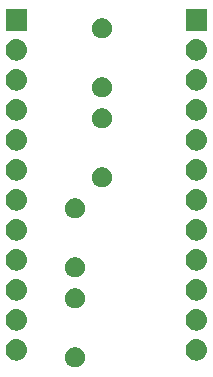
<source format=gbs>
G04 #@! TF.GenerationSoftware,KiCad,Pcbnew,(5.1.4)-1*
G04 #@! TF.CreationDate,2021-04-18T09:35:50+09:00*
G04 #@! TF.ProjectId,audio-board-wm8731,61756469-6f2d-4626-9f61-72642d776d38,rev?*
G04 #@! TF.SameCoordinates,Original*
G04 #@! TF.FileFunction,Soldermask,Bot*
G04 #@! TF.FilePolarity,Negative*
%FSLAX46Y46*%
G04 Gerber Fmt 4.6, Leading zero omitted, Abs format (unit mm)*
G04 Created by KiCad (PCBNEW (5.1.4)-1) date 2021-04-18 09:35:50*
%MOMM*%
%LPD*%
G04 APERTURE LIST*
%ADD10C,0.100000*%
G04 APERTURE END LIST*
D10*
G36*
X58541228Y-81096703D02*
G01*
X58696100Y-81160853D01*
X58835481Y-81253985D01*
X58954015Y-81372519D01*
X59047147Y-81511900D01*
X59111297Y-81666772D01*
X59144000Y-81831184D01*
X59144000Y-81998816D01*
X59111297Y-82163228D01*
X59047147Y-82318100D01*
X58954015Y-82457481D01*
X58835481Y-82576015D01*
X58696100Y-82669147D01*
X58541228Y-82733297D01*
X58376816Y-82766000D01*
X58209184Y-82766000D01*
X58044772Y-82733297D01*
X57889900Y-82669147D01*
X57750519Y-82576015D01*
X57631985Y-82457481D01*
X57538853Y-82318100D01*
X57474703Y-82163228D01*
X57442000Y-81998816D01*
X57442000Y-81831184D01*
X57474703Y-81666772D01*
X57538853Y-81511900D01*
X57631985Y-81372519D01*
X57750519Y-81253985D01*
X57889900Y-81160853D01*
X58044772Y-81096703D01*
X58209184Y-81064000D01*
X58376816Y-81064000D01*
X58541228Y-81096703D01*
X58541228Y-81096703D01*
G37*
G36*
X68690442Y-80385518D02*
G01*
X68756627Y-80392037D01*
X68926466Y-80443557D01*
X69082991Y-80527222D01*
X69118729Y-80556552D01*
X69220186Y-80639814D01*
X69303448Y-80741271D01*
X69332778Y-80777009D01*
X69416443Y-80933534D01*
X69467963Y-81103373D01*
X69485359Y-81280000D01*
X69467963Y-81456627D01*
X69416443Y-81626466D01*
X69332778Y-81782991D01*
X69303448Y-81818729D01*
X69220186Y-81920186D01*
X69124375Y-81998815D01*
X69082991Y-82032778D01*
X68926466Y-82116443D01*
X68756627Y-82167963D01*
X68690443Y-82174481D01*
X68624260Y-82181000D01*
X68535740Y-82181000D01*
X68469557Y-82174481D01*
X68403373Y-82167963D01*
X68233534Y-82116443D01*
X68077009Y-82032778D01*
X68035625Y-81998815D01*
X67939814Y-81920186D01*
X67856552Y-81818729D01*
X67827222Y-81782991D01*
X67743557Y-81626466D01*
X67692037Y-81456627D01*
X67674641Y-81280000D01*
X67692037Y-81103373D01*
X67743557Y-80933534D01*
X67827222Y-80777009D01*
X67856552Y-80741271D01*
X67939814Y-80639814D01*
X68041271Y-80556552D01*
X68077009Y-80527222D01*
X68233534Y-80443557D01*
X68403373Y-80392037D01*
X68469558Y-80385518D01*
X68535740Y-80379000D01*
X68624260Y-80379000D01*
X68690442Y-80385518D01*
X68690442Y-80385518D01*
G37*
G36*
X53450442Y-80385518D02*
G01*
X53516627Y-80392037D01*
X53686466Y-80443557D01*
X53842991Y-80527222D01*
X53878729Y-80556552D01*
X53980186Y-80639814D01*
X54063448Y-80741271D01*
X54092778Y-80777009D01*
X54176443Y-80933534D01*
X54227963Y-81103373D01*
X54245359Y-81280000D01*
X54227963Y-81456627D01*
X54176443Y-81626466D01*
X54092778Y-81782991D01*
X54063448Y-81818729D01*
X53980186Y-81920186D01*
X53884375Y-81998815D01*
X53842991Y-82032778D01*
X53686466Y-82116443D01*
X53516627Y-82167963D01*
X53450443Y-82174481D01*
X53384260Y-82181000D01*
X53295740Y-82181000D01*
X53229557Y-82174481D01*
X53163373Y-82167963D01*
X52993534Y-82116443D01*
X52837009Y-82032778D01*
X52795625Y-81998815D01*
X52699814Y-81920186D01*
X52616552Y-81818729D01*
X52587222Y-81782991D01*
X52503557Y-81626466D01*
X52452037Y-81456627D01*
X52434641Y-81280000D01*
X52452037Y-81103373D01*
X52503557Y-80933534D01*
X52587222Y-80777009D01*
X52616552Y-80741271D01*
X52699814Y-80639814D01*
X52801271Y-80556552D01*
X52837009Y-80527222D01*
X52993534Y-80443557D01*
X53163373Y-80392037D01*
X53229558Y-80385518D01*
X53295740Y-80379000D01*
X53384260Y-80379000D01*
X53450442Y-80385518D01*
X53450442Y-80385518D01*
G37*
G36*
X68690443Y-77845519D02*
G01*
X68756627Y-77852037D01*
X68926466Y-77903557D01*
X69082991Y-77987222D01*
X69118729Y-78016552D01*
X69220186Y-78099814D01*
X69303448Y-78201271D01*
X69332778Y-78237009D01*
X69416443Y-78393534D01*
X69467963Y-78563373D01*
X69485359Y-78740000D01*
X69467963Y-78916627D01*
X69416443Y-79086466D01*
X69332778Y-79242991D01*
X69303448Y-79278729D01*
X69220186Y-79380186D01*
X69118729Y-79463448D01*
X69082991Y-79492778D01*
X68926466Y-79576443D01*
X68756627Y-79627963D01*
X68690442Y-79634482D01*
X68624260Y-79641000D01*
X68535740Y-79641000D01*
X68469558Y-79634482D01*
X68403373Y-79627963D01*
X68233534Y-79576443D01*
X68077009Y-79492778D01*
X68041271Y-79463448D01*
X67939814Y-79380186D01*
X67856552Y-79278729D01*
X67827222Y-79242991D01*
X67743557Y-79086466D01*
X67692037Y-78916627D01*
X67674641Y-78740000D01*
X67692037Y-78563373D01*
X67743557Y-78393534D01*
X67827222Y-78237009D01*
X67856552Y-78201271D01*
X67939814Y-78099814D01*
X68041271Y-78016552D01*
X68077009Y-77987222D01*
X68233534Y-77903557D01*
X68403373Y-77852037D01*
X68469557Y-77845519D01*
X68535740Y-77839000D01*
X68624260Y-77839000D01*
X68690443Y-77845519D01*
X68690443Y-77845519D01*
G37*
G36*
X53450443Y-77845519D02*
G01*
X53516627Y-77852037D01*
X53686466Y-77903557D01*
X53842991Y-77987222D01*
X53878729Y-78016552D01*
X53980186Y-78099814D01*
X54063448Y-78201271D01*
X54092778Y-78237009D01*
X54176443Y-78393534D01*
X54227963Y-78563373D01*
X54245359Y-78740000D01*
X54227963Y-78916627D01*
X54176443Y-79086466D01*
X54092778Y-79242991D01*
X54063448Y-79278729D01*
X53980186Y-79380186D01*
X53878729Y-79463448D01*
X53842991Y-79492778D01*
X53686466Y-79576443D01*
X53516627Y-79627963D01*
X53450442Y-79634482D01*
X53384260Y-79641000D01*
X53295740Y-79641000D01*
X53229558Y-79634482D01*
X53163373Y-79627963D01*
X52993534Y-79576443D01*
X52837009Y-79492778D01*
X52801271Y-79463448D01*
X52699814Y-79380186D01*
X52616552Y-79278729D01*
X52587222Y-79242991D01*
X52503557Y-79086466D01*
X52452037Y-78916627D01*
X52434641Y-78740000D01*
X52452037Y-78563373D01*
X52503557Y-78393534D01*
X52587222Y-78237009D01*
X52616552Y-78201271D01*
X52699814Y-78099814D01*
X52801271Y-78016552D01*
X52837009Y-77987222D01*
X52993534Y-77903557D01*
X53163373Y-77852037D01*
X53229557Y-77845519D01*
X53295740Y-77839000D01*
X53384260Y-77839000D01*
X53450443Y-77845519D01*
X53450443Y-77845519D01*
G37*
G36*
X58541228Y-76096703D02*
G01*
X58696100Y-76160853D01*
X58835481Y-76253985D01*
X58954015Y-76372519D01*
X59047147Y-76511900D01*
X59111297Y-76666772D01*
X59144000Y-76831184D01*
X59144000Y-76998816D01*
X59111297Y-77163228D01*
X59047147Y-77318100D01*
X58954015Y-77457481D01*
X58835481Y-77576015D01*
X58696100Y-77669147D01*
X58541228Y-77733297D01*
X58376816Y-77766000D01*
X58209184Y-77766000D01*
X58044772Y-77733297D01*
X57889900Y-77669147D01*
X57750519Y-77576015D01*
X57631985Y-77457481D01*
X57538853Y-77318100D01*
X57474703Y-77163228D01*
X57442000Y-76998816D01*
X57442000Y-76831184D01*
X57474703Y-76666772D01*
X57538853Y-76511900D01*
X57631985Y-76372519D01*
X57750519Y-76253985D01*
X57889900Y-76160853D01*
X58044772Y-76096703D01*
X58209184Y-76064000D01*
X58376816Y-76064000D01*
X58541228Y-76096703D01*
X58541228Y-76096703D01*
G37*
G36*
X68690442Y-75305518D02*
G01*
X68756627Y-75312037D01*
X68926466Y-75363557D01*
X69082991Y-75447222D01*
X69118729Y-75476552D01*
X69220186Y-75559814D01*
X69303448Y-75661271D01*
X69332778Y-75697009D01*
X69416443Y-75853534D01*
X69467963Y-76023373D01*
X69485359Y-76200000D01*
X69467963Y-76376627D01*
X69416443Y-76546466D01*
X69332778Y-76702991D01*
X69303448Y-76738729D01*
X69220186Y-76840186D01*
X69118729Y-76923448D01*
X69082991Y-76952778D01*
X69082989Y-76952779D01*
X68996863Y-76998815D01*
X68926466Y-77036443D01*
X68756627Y-77087963D01*
X68690442Y-77094482D01*
X68624260Y-77101000D01*
X68535740Y-77101000D01*
X68469558Y-77094482D01*
X68403373Y-77087963D01*
X68233534Y-77036443D01*
X68163138Y-76998815D01*
X68077011Y-76952779D01*
X68077009Y-76952778D01*
X68041271Y-76923448D01*
X67939814Y-76840186D01*
X67856552Y-76738729D01*
X67827222Y-76702991D01*
X67743557Y-76546466D01*
X67692037Y-76376627D01*
X67674641Y-76200000D01*
X67692037Y-76023373D01*
X67743557Y-75853534D01*
X67827222Y-75697009D01*
X67856552Y-75661271D01*
X67939814Y-75559814D01*
X68041271Y-75476552D01*
X68077009Y-75447222D01*
X68233534Y-75363557D01*
X68403373Y-75312037D01*
X68469558Y-75305518D01*
X68535740Y-75299000D01*
X68624260Y-75299000D01*
X68690442Y-75305518D01*
X68690442Y-75305518D01*
G37*
G36*
X53450442Y-75305518D02*
G01*
X53516627Y-75312037D01*
X53686466Y-75363557D01*
X53842991Y-75447222D01*
X53878729Y-75476552D01*
X53980186Y-75559814D01*
X54063448Y-75661271D01*
X54092778Y-75697009D01*
X54176443Y-75853534D01*
X54227963Y-76023373D01*
X54245359Y-76200000D01*
X54227963Y-76376627D01*
X54176443Y-76546466D01*
X54092778Y-76702991D01*
X54063448Y-76738729D01*
X53980186Y-76840186D01*
X53878729Y-76923448D01*
X53842991Y-76952778D01*
X53842989Y-76952779D01*
X53756863Y-76998815D01*
X53686466Y-77036443D01*
X53516627Y-77087963D01*
X53450442Y-77094482D01*
X53384260Y-77101000D01*
X53295740Y-77101000D01*
X53229558Y-77094482D01*
X53163373Y-77087963D01*
X52993534Y-77036443D01*
X52923138Y-76998815D01*
X52837011Y-76952779D01*
X52837009Y-76952778D01*
X52801271Y-76923448D01*
X52699814Y-76840186D01*
X52616552Y-76738729D01*
X52587222Y-76702991D01*
X52503557Y-76546466D01*
X52452037Y-76376627D01*
X52434641Y-76200000D01*
X52452037Y-76023373D01*
X52503557Y-75853534D01*
X52587222Y-75697009D01*
X52616552Y-75661271D01*
X52699814Y-75559814D01*
X52801271Y-75476552D01*
X52837009Y-75447222D01*
X52993534Y-75363557D01*
X53163373Y-75312037D01*
X53229558Y-75305518D01*
X53295740Y-75299000D01*
X53384260Y-75299000D01*
X53450442Y-75305518D01*
X53450442Y-75305518D01*
G37*
G36*
X58541228Y-73476703D02*
G01*
X58696100Y-73540853D01*
X58835481Y-73633985D01*
X58954015Y-73752519D01*
X59047147Y-73891900D01*
X59111297Y-74046772D01*
X59144000Y-74211184D01*
X59144000Y-74378816D01*
X59111297Y-74543228D01*
X59047147Y-74698100D01*
X58954015Y-74837481D01*
X58835481Y-74956015D01*
X58696100Y-75049147D01*
X58541228Y-75113297D01*
X58376816Y-75146000D01*
X58209184Y-75146000D01*
X58044772Y-75113297D01*
X57889900Y-75049147D01*
X57750519Y-74956015D01*
X57631985Y-74837481D01*
X57538853Y-74698100D01*
X57474703Y-74543228D01*
X57442000Y-74378816D01*
X57442000Y-74211184D01*
X57474703Y-74046772D01*
X57538853Y-73891900D01*
X57631985Y-73752519D01*
X57750519Y-73633985D01*
X57889900Y-73540853D01*
X58044772Y-73476703D01*
X58209184Y-73444000D01*
X58376816Y-73444000D01*
X58541228Y-73476703D01*
X58541228Y-73476703D01*
G37*
G36*
X53450442Y-72765518D02*
G01*
X53516627Y-72772037D01*
X53686466Y-72823557D01*
X53842991Y-72907222D01*
X53878729Y-72936552D01*
X53980186Y-73019814D01*
X54063448Y-73121271D01*
X54092778Y-73157009D01*
X54176443Y-73313534D01*
X54227963Y-73483373D01*
X54245359Y-73660000D01*
X54227963Y-73836627D01*
X54176443Y-74006466D01*
X54092778Y-74162991D01*
X54063448Y-74198729D01*
X53980186Y-74300186D01*
X53884375Y-74378815D01*
X53842991Y-74412778D01*
X53686466Y-74496443D01*
X53516627Y-74547963D01*
X53450442Y-74554482D01*
X53384260Y-74561000D01*
X53295740Y-74561000D01*
X53229558Y-74554482D01*
X53163373Y-74547963D01*
X52993534Y-74496443D01*
X52837009Y-74412778D01*
X52795625Y-74378815D01*
X52699814Y-74300186D01*
X52616552Y-74198729D01*
X52587222Y-74162991D01*
X52503557Y-74006466D01*
X52452037Y-73836627D01*
X52434641Y-73660000D01*
X52452037Y-73483373D01*
X52503557Y-73313534D01*
X52587222Y-73157009D01*
X52616552Y-73121271D01*
X52699814Y-73019814D01*
X52801271Y-72936552D01*
X52837009Y-72907222D01*
X52993534Y-72823557D01*
X53163373Y-72772037D01*
X53229558Y-72765518D01*
X53295740Y-72759000D01*
X53384260Y-72759000D01*
X53450442Y-72765518D01*
X53450442Y-72765518D01*
G37*
G36*
X68690442Y-72765518D02*
G01*
X68756627Y-72772037D01*
X68926466Y-72823557D01*
X69082991Y-72907222D01*
X69118729Y-72936552D01*
X69220186Y-73019814D01*
X69303448Y-73121271D01*
X69332778Y-73157009D01*
X69416443Y-73313534D01*
X69467963Y-73483373D01*
X69485359Y-73660000D01*
X69467963Y-73836627D01*
X69416443Y-74006466D01*
X69332778Y-74162991D01*
X69303448Y-74198729D01*
X69220186Y-74300186D01*
X69124375Y-74378815D01*
X69082991Y-74412778D01*
X68926466Y-74496443D01*
X68756627Y-74547963D01*
X68690442Y-74554482D01*
X68624260Y-74561000D01*
X68535740Y-74561000D01*
X68469558Y-74554482D01*
X68403373Y-74547963D01*
X68233534Y-74496443D01*
X68077009Y-74412778D01*
X68035625Y-74378815D01*
X67939814Y-74300186D01*
X67856552Y-74198729D01*
X67827222Y-74162991D01*
X67743557Y-74006466D01*
X67692037Y-73836627D01*
X67674641Y-73660000D01*
X67692037Y-73483373D01*
X67743557Y-73313534D01*
X67827222Y-73157009D01*
X67856552Y-73121271D01*
X67939814Y-73019814D01*
X68041271Y-72936552D01*
X68077009Y-72907222D01*
X68233534Y-72823557D01*
X68403373Y-72772037D01*
X68469558Y-72765518D01*
X68535740Y-72759000D01*
X68624260Y-72759000D01*
X68690442Y-72765518D01*
X68690442Y-72765518D01*
G37*
G36*
X53450442Y-70225518D02*
G01*
X53516627Y-70232037D01*
X53686466Y-70283557D01*
X53842991Y-70367222D01*
X53878729Y-70396552D01*
X53980186Y-70479814D01*
X54063448Y-70581271D01*
X54092778Y-70617009D01*
X54176443Y-70773534D01*
X54227963Y-70943373D01*
X54245359Y-71120000D01*
X54227963Y-71296627D01*
X54176443Y-71466466D01*
X54092778Y-71622991D01*
X54063448Y-71658729D01*
X53980186Y-71760186D01*
X53878729Y-71843448D01*
X53842991Y-71872778D01*
X53686466Y-71956443D01*
X53516627Y-72007963D01*
X53450443Y-72014481D01*
X53384260Y-72021000D01*
X53295740Y-72021000D01*
X53229557Y-72014481D01*
X53163373Y-72007963D01*
X52993534Y-71956443D01*
X52837009Y-71872778D01*
X52801271Y-71843448D01*
X52699814Y-71760186D01*
X52616552Y-71658729D01*
X52587222Y-71622991D01*
X52503557Y-71466466D01*
X52452037Y-71296627D01*
X52434641Y-71120000D01*
X52452037Y-70943373D01*
X52503557Y-70773534D01*
X52587222Y-70617009D01*
X52616552Y-70581271D01*
X52699814Y-70479814D01*
X52801271Y-70396552D01*
X52837009Y-70367222D01*
X52993534Y-70283557D01*
X53163373Y-70232037D01*
X53229558Y-70225518D01*
X53295740Y-70219000D01*
X53384260Y-70219000D01*
X53450442Y-70225518D01*
X53450442Y-70225518D01*
G37*
G36*
X68690442Y-70225518D02*
G01*
X68756627Y-70232037D01*
X68926466Y-70283557D01*
X69082991Y-70367222D01*
X69118729Y-70396552D01*
X69220186Y-70479814D01*
X69303448Y-70581271D01*
X69332778Y-70617009D01*
X69416443Y-70773534D01*
X69467963Y-70943373D01*
X69485359Y-71120000D01*
X69467963Y-71296627D01*
X69416443Y-71466466D01*
X69332778Y-71622991D01*
X69303448Y-71658729D01*
X69220186Y-71760186D01*
X69118729Y-71843448D01*
X69082991Y-71872778D01*
X68926466Y-71956443D01*
X68756627Y-72007963D01*
X68690443Y-72014481D01*
X68624260Y-72021000D01*
X68535740Y-72021000D01*
X68469557Y-72014481D01*
X68403373Y-72007963D01*
X68233534Y-71956443D01*
X68077009Y-71872778D01*
X68041271Y-71843448D01*
X67939814Y-71760186D01*
X67856552Y-71658729D01*
X67827222Y-71622991D01*
X67743557Y-71466466D01*
X67692037Y-71296627D01*
X67674641Y-71120000D01*
X67692037Y-70943373D01*
X67743557Y-70773534D01*
X67827222Y-70617009D01*
X67856552Y-70581271D01*
X67939814Y-70479814D01*
X68041271Y-70396552D01*
X68077009Y-70367222D01*
X68233534Y-70283557D01*
X68403373Y-70232037D01*
X68469558Y-70225518D01*
X68535740Y-70219000D01*
X68624260Y-70219000D01*
X68690442Y-70225518D01*
X68690442Y-70225518D01*
G37*
G36*
X58541228Y-68476703D02*
G01*
X58696100Y-68540853D01*
X58835481Y-68633985D01*
X58954015Y-68752519D01*
X59047147Y-68891900D01*
X59111297Y-69046772D01*
X59144000Y-69211184D01*
X59144000Y-69378816D01*
X59111297Y-69543228D01*
X59047147Y-69698100D01*
X58954015Y-69837481D01*
X58835481Y-69956015D01*
X58696100Y-70049147D01*
X58541228Y-70113297D01*
X58376816Y-70146000D01*
X58209184Y-70146000D01*
X58044772Y-70113297D01*
X57889900Y-70049147D01*
X57750519Y-69956015D01*
X57631985Y-69837481D01*
X57538853Y-69698100D01*
X57474703Y-69543228D01*
X57442000Y-69378816D01*
X57442000Y-69211184D01*
X57474703Y-69046772D01*
X57538853Y-68891900D01*
X57631985Y-68752519D01*
X57750519Y-68633985D01*
X57889900Y-68540853D01*
X58044772Y-68476703D01*
X58209184Y-68444000D01*
X58376816Y-68444000D01*
X58541228Y-68476703D01*
X58541228Y-68476703D01*
G37*
G36*
X53450443Y-67685519D02*
G01*
X53516627Y-67692037D01*
X53686466Y-67743557D01*
X53842991Y-67827222D01*
X53878729Y-67856552D01*
X53980186Y-67939814D01*
X54063448Y-68041271D01*
X54092778Y-68077009D01*
X54176443Y-68233534D01*
X54227963Y-68403373D01*
X54245359Y-68580000D01*
X54227963Y-68756627D01*
X54176443Y-68926466D01*
X54092778Y-69082991D01*
X54063448Y-69118729D01*
X53980186Y-69220186D01*
X53878729Y-69303448D01*
X53842991Y-69332778D01*
X53842989Y-69332779D01*
X53756863Y-69378815D01*
X53686466Y-69416443D01*
X53516627Y-69467963D01*
X53450442Y-69474482D01*
X53384260Y-69481000D01*
X53295740Y-69481000D01*
X53229558Y-69474482D01*
X53163373Y-69467963D01*
X52993534Y-69416443D01*
X52923138Y-69378815D01*
X52837011Y-69332779D01*
X52837009Y-69332778D01*
X52801271Y-69303448D01*
X52699814Y-69220186D01*
X52616552Y-69118729D01*
X52587222Y-69082991D01*
X52503557Y-68926466D01*
X52452037Y-68756627D01*
X52434641Y-68580000D01*
X52452037Y-68403373D01*
X52503557Y-68233534D01*
X52587222Y-68077009D01*
X52616552Y-68041271D01*
X52699814Y-67939814D01*
X52801271Y-67856552D01*
X52837009Y-67827222D01*
X52993534Y-67743557D01*
X53163373Y-67692037D01*
X53229557Y-67685519D01*
X53295740Y-67679000D01*
X53384260Y-67679000D01*
X53450443Y-67685519D01*
X53450443Y-67685519D01*
G37*
G36*
X68690443Y-67685519D02*
G01*
X68756627Y-67692037D01*
X68926466Y-67743557D01*
X69082991Y-67827222D01*
X69118729Y-67856552D01*
X69220186Y-67939814D01*
X69303448Y-68041271D01*
X69332778Y-68077009D01*
X69416443Y-68233534D01*
X69467963Y-68403373D01*
X69485359Y-68580000D01*
X69467963Y-68756627D01*
X69416443Y-68926466D01*
X69332778Y-69082991D01*
X69303448Y-69118729D01*
X69220186Y-69220186D01*
X69118729Y-69303448D01*
X69082991Y-69332778D01*
X69082989Y-69332779D01*
X68996863Y-69378815D01*
X68926466Y-69416443D01*
X68756627Y-69467963D01*
X68690442Y-69474482D01*
X68624260Y-69481000D01*
X68535740Y-69481000D01*
X68469558Y-69474482D01*
X68403373Y-69467963D01*
X68233534Y-69416443D01*
X68163138Y-69378815D01*
X68077011Y-69332779D01*
X68077009Y-69332778D01*
X68041271Y-69303448D01*
X67939814Y-69220186D01*
X67856552Y-69118729D01*
X67827222Y-69082991D01*
X67743557Y-68926466D01*
X67692037Y-68756627D01*
X67674641Y-68580000D01*
X67692037Y-68403373D01*
X67743557Y-68233534D01*
X67827222Y-68077009D01*
X67856552Y-68041271D01*
X67939814Y-67939814D01*
X68041271Y-67856552D01*
X68077009Y-67827222D01*
X68233534Y-67743557D01*
X68403373Y-67692037D01*
X68469557Y-67685519D01*
X68535740Y-67679000D01*
X68624260Y-67679000D01*
X68690443Y-67685519D01*
X68690443Y-67685519D01*
G37*
G36*
X60827228Y-65856703D02*
G01*
X60982100Y-65920853D01*
X61121481Y-66013985D01*
X61240015Y-66132519D01*
X61333147Y-66271900D01*
X61397297Y-66426772D01*
X61430000Y-66591184D01*
X61430000Y-66758816D01*
X61397297Y-66923228D01*
X61333147Y-67078100D01*
X61240015Y-67217481D01*
X61121481Y-67336015D01*
X60982100Y-67429147D01*
X60827228Y-67493297D01*
X60662816Y-67526000D01*
X60495184Y-67526000D01*
X60330772Y-67493297D01*
X60175900Y-67429147D01*
X60036519Y-67336015D01*
X59917985Y-67217481D01*
X59824853Y-67078100D01*
X59760703Y-66923228D01*
X59728000Y-66758816D01*
X59728000Y-66591184D01*
X59760703Y-66426772D01*
X59824853Y-66271900D01*
X59917985Y-66132519D01*
X60036519Y-66013985D01*
X60175900Y-65920853D01*
X60330772Y-65856703D01*
X60495184Y-65824000D01*
X60662816Y-65824000D01*
X60827228Y-65856703D01*
X60827228Y-65856703D01*
G37*
G36*
X68690442Y-65145518D02*
G01*
X68756627Y-65152037D01*
X68926466Y-65203557D01*
X69082991Y-65287222D01*
X69118729Y-65316552D01*
X69220186Y-65399814D01*
X69303448Y-65501271D01*
X69332778Y-65537009D01*
X69416443Y-65693534D01*
X69467963Y-65863373D01*
X69485359Y-66040000D01*
X69467963Y-66216627D01*
X69416443Y-66386466D01*
X69332778Y-66542991D01*
X69303448Y-66578729D01*
X69220186Y-66680186D01*
X69124375Y-66758815D01*
X69082991Y-66792778D01*
X68926466Y-66876443D01*
X68756627Y-66927963D01*
X68690442Y-66934482D01*
X68624260Y-66941000D01*
X68535740Y-66941000D01*
X68469558Y-66934482D01*
X68403373Y-66927963D01*
X68233534Y-66876443D01*
X68077009Y-66792778D01*
X68035625Y-66758815D01*
X67939814Y-66680186D01*
X67856552Y-66578729D01*
X67827222Y-66542991D01*
X67743557Y-66386466D01*
X67692037Y-66216627D01*
X67674641Y-66040000D01*
X67692037Y-65863373D01*
X67743557Y-65693534D01*
X67827222Y-65537009D01*
X67856552Y-65501271D01*
X67939814Y-65399814D01*
X68041271Y-65316552D01*
X68077009Y-65287222D01*
X68233534Y-65203557D01*
X68403373Y-65152037D01*
X68469558Y-65145518D01*
X68535740Y-65139000D01*
X68624260Y-65139000D01*
X68690442Y-65145518D01*
X68690442Y-65145518D01*
G37*
G36*
X53450442Y-65145518D02*
G01*
X53516627Y-65152037D01*
X53686466Y-65203557D01*
X53842991Y-65287222D01*
X53878729Y-65316552D01*
X53980186Y-65399814D01*
X54063448Y-65501271D01*
X54092778Y-65537009D01*
X54176443Y-65693534D01*
X54227963Y-65863373D01*
X54245359Y-66040000D01*
X54227963Y-66216627D01*
X54176443Y-66386466D01*
X54092778Y-66542991D01*
X54063448Y-66578729D01*
X53980186Y-66680186D01*
X53884375Y-66758815D01*
X53842991Y-66792778D01*
X53686466Y-66876443D01*
X53516627Y-66927963D01*
X53450442Y-66934482D01*
X53384260Y-66941000D01*
X53295740Y-66941000D01*
X53229558Y-66934482D01*
X53163373Y-66927963D01*
X52993534Y-66876443D01*
X52837009Y-66792778D01*
X52795625Y-66758815D01*
X52699814Y-66680186D01*
X52616552Y-66578729D01*
X52587222Y-66542991D01*
X52503557Y-66386466D01*
X52452037Y-66216627D01*
X52434641Y-66040000D01*
X52452037Y-65863373D01*
X52503557Y-65693534D01*
X52587222Y-65537009D01*
X52616552Y-65501271D01*
X52699814Y-65399814D01*
X52801271Y-65316552D01*
X52837009Y-65287222D01*
X52993534Y-65203557D01*
X53163373Y-65152037D01*
X53229558Y-65145518D01*
X53295740Y-65139000D01*
X53384260Y-65139000D01*
X53450442Y-65145518D01*
X53450442Y-65145518D01*
G37*
G36*
X68690442Y-62605518D02*
G01*
X68756627Y-62612037D01*
X68926466Y-62663557D01*
X69082991Y-62747222D01*
X69118729Y-62776552D01*
X69220186Y-62859814D01*
X69303448Y-62961271D01*
X69332778Y-62997009D01*
X69416443Y-63153534D01*
X69467963Y-63323373D01*
X69485359Y-63500000D01*
X69467963Y-63676627D01*
X69416443Y-63846466D01*
X69332778Y-64002991D01*
X69303448Y-64038729D01*
X69220186Y-64140186D01*
X69118729Y-64223448D01*
X69082991Y-64252778D01*
X68926466Y-64336443D01*
X68756627Y-64387963D01*
X68690442Y-64394482D01*
X68624260Y-64401000D01*
X68535740Y-64401000D01*
X68469558Y-64394482D01*
X68403373Y-64387963D01*
X68233534Y-64336443D01*
X68077009Y-64252778D01*
X68041271Y-64223448D01*
X67939814Y-64140186D01*
X67856552Y-64038729D01*
X67827222Y-64002991D01*
X67743557Y-63846466D01*
X67692037Y-63676627D01*
X67674641Y-63500000D01*
X67692037Y-63323373D01*
X67743557Y-63153534D01*
X67827222Y-62997009D01*
X67856552Y-62961271D01*
X67939814Y-62859814D01*
X68041271Y-62776552D01*
X68077009Y-62747222D01*
X68233534Y-62663557D01*
X68403373Y-62612037D01*
X68469558Y-62605518D01*
X68535740Y-62599000D01*
X68624260Y-62599000D01*
X68690442Y-62605518D01*
X68690442Y-62605518D01*
G37*
G36*
X53450442Y-62605518D02*
G01*
X53516627Y-62612037D01*
X53686466Y-62663557D01*
X53842991Y-62747222D01*
X53878729Y-62776552D01*
X53980186Y-62859814D01*
X54063448Y-62961271D01*
X54092778Y-62997009D01*
X54176443Y-63153534D01*
X54227963Y-63323373D01*
X54245359Y-63500000D01*
X54227963Y-63676627D01*
X54176443Y-63846466D01*
X54092778Y-64002991D01*
X54063448Y-64038729D01*
X53980186Y-64140186D01*
X53878729Y-64223448D01*
X53842991Y-64252778D01*
X53686466Y-64336443D01*
X53516627Y-64387963D01*
X53450442Y-64394482D01*
X53384260Y-64401000D01*
X53295740Y-64401000D01*
X53229558Y-64394482D01*
X53163373Y-64387963D01*
X52993534Y-64336443D01*
X52837009Y-64252778D01*
X52801271Y-64223448D01*
X52699814Y-64140186D01*
X52616552Y-64038729D01*
X52587222Y-64002991D01*
X52503557Y-63846466D01*
X52452037Y-63676627D01*
X52434641Y-63500000D01*
X52452037Y-63323373D01*
X52503557Y-63153534D01*
X52587222Y-62997009D01*
X52616552Y-62961271D01*
X52699814Y-62859814D01*
X52801271Y-62776552D01*
X52837009Y-62747222D01*
X52993534Y-62663557D01*
X53163373Y-62612037D01*
X53229558Y-62605518D01*
X53295740Y-62599000D01*
X53384260Y-62599000D01*
X53450442Y-62605518D01*
X53450442Y-62605518D01*
G37*
G36*
X60827228Y-60856703D02*
G01*
X60982100Y-60920853D01*
X61121481Y-61013985D01*
X61240015Y-61132519D01*
X61333147Y-61271900D01*
X61397297Y-61426772D01*
X61430000Y-61591184D01*
X61430000Y-61758816D01*
X61397297Y-61923228D01*
X61333147Y-62078100D01*
X61240015Y-62217481D01*
X61121481Y-62336015D01*
X60982100Y-62429147D01*
X60827228Y-62493297D01*
X60662816Y-62526000D01*
X60495184Y-62526000D01*
X60330772Y-62493297D01*
X60175900Y-62429147D01*
X60036519Y-62336015D01*
X59917985Y-62217481D01*
X59824853Y-62078100D01*
X59760703Y-61923228D01*
X59728000Y-61758816D01*
X59728000Y-61591184D01*
X59760703Y-61426772D01*
X59824853Y-61271900D01*
X59917985Y-61132519D01*
X60036519Y-61013985D01*
X60175900Y-60920853D01*
X60330772Y-60856703D01*
X60495184Y-60824000D01*
X60662816Y-60824000D01*
X60827228Y-60856703D01*
X60827228Y-60856703D01*
G37*
G36*
X53450442Y-60065518D02*
G01*
X53516627Y-60072037D01*
X53686466Y-60123557D01*
X53842991Y-60207222D01*
X53878729Y-60236552D01*
X53980186Y-60319814D01*
X54063448Y-60421271D01*
X54092778Y-60457009D01*
X54176443Y-60613534D01*
X54227963Y-60783373D01*
X54245359Y-60960000D01*
X54227963Y-61136627D01*
X54176443Y-61306466D01*
X54092778Y-61462991D01*
X54063448Y-61498729D01*
X53980186Y-61600186D01*
X53878729Y-61683448D01*
X53842991Y-61712778D01*
X53842989Y-61712779D01*
X53756863Y-61758815D01*
X53686466Y-61796443D01*
X53516627Y-61847963D01*
X53450443Y-61854481D01*
X53384260Y-61861000D01*
X53295740Y-61861000D01*
X53229557Y-61854481D01*
X53163373Y-61847963D01*
X52993534Y-61796443D01*
X52923138Y-61758815D01*
X52837011Y-61712779D01*
X52837009Y-61712778D01*
X52801271Y-61683448D01*
X52699814Y-61600186D01*
X52616552Y-61498729D01*
X52587222Y-61462991D01*
X52503557Y-61306466D01*
X52452037Y-61136627D01*
X52434641Y-60960000D01*
X52452037Y-60783373D01*
X52503557Y-60613534D01*
X52587222Y-60457009D01*
X52616552Y-60421271D01*
X52699814Y-60319814D01*
X52801271Y-60236552D01*
X52837009Y-60207222D01*
X52993534Y-60123557D01*
X53163373Y-60072037D01*
X53229558Y-60065518D01*
X53295740Y-60059000D01*
X53384260Y-60059000D01*
X53450442Y-60065518D01*
X53450442Y-60065518D01*
G37*
G36*
X68690442Y-60065518D02*
G01*
X68756627Y-60072037D01*
X68926466Y-60123557D01*
X69082991Y-60207222D01*
X69118729Y-60236552D01*
X69220186Y-60319814D01*
X69303448Y-60421271D01*
X69332778Y-60457009D01*
X69416443Y-60613534D01*
X69467963Y-60783373D01*
X69485359Y-60960000D01*
X69467963Y-61136627D01*
X69416443Y-61306466D01*
X69332778Y-61462991D01*
X69303448Y-61498729D01*
X69220186Y-61600186D01*
X69118729Y-61683448D01*
X69082991Y-61712778D01*
X69082989Y-61712779D01*
X68996863Y-61758815D01*
X68926466Y-61796443D01*
X68756627Y-61847963D01*
X68690443Y-61854481D01*
X68624260Y-61861000D01*
X68535740Y-61861000D01*
X68469557Y-61854481D01*
X68403373Y-61847963D01*
X68233534Y-61796443D01*
X68163138Y-61758815D01*
X68077011Y-61712779D01*
X68077009Y-61712778D01*
X68041271Y-61683448D01*
X67939814Y-61600186D01*
X67856552Y-61498729D01*
X67827222Y-61462991D01*
X67743557Y-61306466D01*
X67692037Y-61136627D01*
X67674641Y-60960000D01*
X67692037Y-60783373D01*
X67743557Y-60613534D01*
X67827222Y-60457009D01*
X67856552Y-60421271D01*
X67939814Y-60319814D01*
X68041271Y-60236552D01*
X68077009Y-60207222D01*
X68233534Y-60123557D01*
X68403373Y-60072037D01*
X68469558Y-60065518D01*
X68535740Y-60059000D01*
X68624260Y-60059000D01*
X68690442Y-60065518D01*
X68690442Y-60065518D01*
G37*
G36*
X60827228Y-58236703D02*
G01*
X60982100Y-58300853D01*
X61121481Y-58393985D01*
X61240015Y-58512519D01*
X61333147Y-58651900D01*
X61397297Y-58806772D01*
X61430000Y-58971184D01*
X61430000Y-59138816D01*
X61397297Y-59303228D01*
X61333147Y-59458100D01*
X61240015Y-59597481D01*
X61121481Y-59716015D01*
X60982100Y-59809147D01*
X60827228Y-59873297D01*
X60662816Y-59906000D01*
X60495184Y-59906000D01*
X60330772Y-59873297D01*
X60175900Y-59809147D01*
X60036519Y-59716015D01*
X59917985Y-59597481D01*
X59824853Y-59458100D01*
X59760703Y-59303228D01*
X59728000Y-59138816D01*
X59728000Y-58971184D01*
X59760703Y-58806772D01*
X59824853Y-58651900D01*
X59917985Y-58512519D01*
X60036519Y-58393985D01*
X60175900Y-58300853D01*
X60330772Y-58236703D01*
X60495184Y-58204000D01*
X60662816Y-58204000D01*
X60827228Y-58236703D01*
X60827228Y-58236703D01*
G37*
G36*
X68690443Y-57525519D02*
G01*
X68756627Y-57532037D01*
X68926466Y-57583557D01*
X69082991Y-57667222D01*
X69118729Y-57696552D01*
X69220186Y-57779814D01*
X69303448Y-57881271D01*
X69332778Y-57917009D01*
X69416443Y-58073534D01*
X69467963Y-58243373D01*
X69485359Y-58420000D01*
X69467963Y-58596627D01*
X69416443Y-58766466D01*
X69332778Y-58922991D01*
X69303448Y-58958729D01*
X69220186Y-59060186D01*
X69124375Y-59138815D01*
X69082991Y-59172778D01*
X68926466Y-59256443D01*
X68756627Y-59307963D01*
X68690442Y-59314482D01*
X68624260Y-59321000D01*
X68535740Y-59321000D01*
X68469558Y-59314482D01*
X68403373Y-59307963D01*
X68233534Y-59256443D01*
X68077009Y-59172778D01*
X68035625Y-59138815D01*
X67939814Y-59060186D01*
X67856552Y-58958729D01*
X67827222Y-58922991D01*
X67743557Y-58766466D01*
X67692037Y-58596627D01*
X67674641Y-58420000D01*
X67692037Y-58243373D01*
X67743557Y-58073534D01*
X67827222Y-57917009D01*
X67856552Y-57881271D01*
X67939814Y-57779814D01*
X68041271Y-57696552D01*
X68077009Y-57667222D01*
X68233534Y-57583557D01*
X68403373Y-57532037D01*
X68469557Y-57525519D01*
X68535740Y-57519000D01*
X68624260Y-57519000D01*
X68690443Y-57525519D01*
X68690443Y-57525519D01*
G37*
G36*
X53450443Y-57525519D02*
G01*
X53516627Y-57532037D01*
X53686466Y-57583557D01*
X53842991Y-57667222D01*
X53878729Y-57696552D01*
X53980186Y-57779814D01*
X54063448Y-57881271D01*
X54092778Y-57917009D01*
X54176443Y-58073534D01*
X54227963Y-58243373D01*
X54245359Y-58420000D01*
X54227963Y-58596627D01*
X54176443Y-58766466D01*
X54092778Y-58922991D01*
X54063448Y-58958729D01*
X53980186Y-59060186D01*
X53884375Y-59138815D01*
X53842991Y-59172778D01*
X53686466Y-59256443D01*
X53516627Y-59307963D01*
X53450442Y-59314482D01*
X53384260Y-59321000D01*
X53295740Y-59321000D01*
X53229558Y-59314482D01*
X53163373Y-59307963D01*
X52993534Y-59256443D01*
X52837009Y-59172778D01*
X52795625Y-59138815D01*
X52699814Y-59060186D01*
X52616552Y-58958729D01*
X52587222Y-58922991D01*
X52503557Y-58766466D01*
X52452037Y-58596627D01*
X52434641Y-58420000D01*
X52452037Y-58243373D01*
X52503557Y-58073534D01*
X52587222Y-57917009D01*
X52616552Y-57881271D01*
X52699814Y-57779814D01*
X52801271Y-57696552D01*
X52837009Y-57667222D01*
X52993534Y-57583557D01*
X53163373Y-57532037D01*
X53229557Y-57525519D01*
X53295740Y-57519000D01*
X53384260Y-57519000D01*
X53450443Y-57525519D01*
X53450443Y-57525519D01*
G37*
G36*
X68690443Y-54985519D02*
G01*
X68756627Y-54992037D01*
X68926466Y-55043557D01*
X69082991Y-55127222D01*
X69118729Y-55156552D01*
X69220186Y-55239814D01*
X69303448Y-55341271D01*
X69332778Y-55377009D01*
X69416443Y-55533534D01*
X69467963Y-55703373D01*
X69485359Y-55880000D01*
X69467963Y-56056627D01*
X69416443Y-56226466D01*
X69332778Y-56382991D01*
X69303448Y-56418729D01*
X69220186Y-56520186D01*
X69118729Y-56603448D01*
X69082991Y-56632778D01*
X68926466Y-56716443D01*
X68756627Y-56767963D01*
X68690443Y-56774481D01*
X68624260Y-56781000D01*
X68535740Y-56781000D01*
X68469557Y-56774481D01*
X68403373Y-56767963D01*
X68233534Y-56716443D01*
X68077009Y-56632778D01*
X68041271Y-56603448D01*
X67939814Y-56520186D01*
X67856552Y-56418729D01*
X67827222Y-56382991D01*
X67743557Y-56226466D01*
X67692037Y-56056627D01*
X67674641Y-55880000D01*
X67692037Y-55703373D01*
X67743557Y-55533534D01*
X67827222Y-55377009D01*
X67856552Y-55341271D01*
X67939814Y-55239814D01*
X68041271Y-55156552D01*
X68077009Y-55127222D01*
X68233534Y-55043557D01*
X68403373Y-54992037D01*
X68469557Y-54985519D01*
X68535740Y-54979000D01*
X68624260Y-54979000D01*
X68690443Y-54985519D01*
X68690443Y-54985519D01*
G37*
G36*
X53450443Y-54985519D02*
G01*
X53516627Y-54992037D01*
X53686466Y-55043557D01*
X53842991Y-55127222D01*
X53878729Y-55156552D01*
X53980186Y-55239814D01*
X54063448Y-55341271D01*
X54092778Y-55377009D01*
X54176443Y-55533534D01*
X54227963Y-55703373D01*
X54245359Y-55880000D01*
X54227963Y-56056627D01*
X54176443Y-56226466D01*
X54092778Y-56382991D01*
X54063448Y-56418729D01*
X53980186Y-56520186D01*
X53878729Y-56603448D01*
X53842991Y-56632778D01*
X53686466Y-56716443D01*
X53516627Y-56767963D01*
X53450443Y-56774481D01*
X53384260Y-56781000D01*
X53295740Y-56781000D01*
X53229557Y-56774481D01*
X53163373Y-56767963D01*
X52993534Y-56716443D01*
X52837009Y-56632778D01*
X52801271Y-56603448D01*
X52699814Y-56520186D01*
X52616552Y-56418729D01*
X52587222Y-56382991D01*
X52503557Y-56226466D01*
X52452037Y-56056627D01*
X52434641Y-55880000D01*
X52452037Y-55703373D01*
X52503557Y-55533534D01*
X52587222Y-55377009D01*
X52616552Y-55341271D01*
X52699814Y-55239814D01*
X52801271Y-55156552D01*
X52837009Y-55127222D01*
X52993534Y-55043557D01*
X53163373Y-54992037D01*
X53229557Y-54985519D01*
X53295740Y-54979000D01*
X53384260Y-54979000D01*
X53450443Y-54985519D01*
X53450443Y-54985519D01*
G37*
G36*
X60827228Y-53236703D02*
G01*
X60982100Y-53300853D01*
X61121481Y-53393985D01*
X61240015Y-53512519D01*
X61333147Y-53651900D01*
X61397297Y-53806772D01*
X61430000Y-53971184D01*
X61430000Y-54138816D01*
X61397297Y-54303228D01*
X61333147Y-54458100D01*
X61240015Y-54597481D01*
X61121481Y-54716015D01*
X60982100Y-54809147D01*
X60827228Y-54873297D01*
X60662816Y-54906000D01*
X60495184Y-54906000D01*
X60330772Y-54873297D01*
X60175900Y-54809147D01*
X60036519Y-54716015D01*
X59917985Y-54597481D01*
X59824853Y-54458100D01*
X59760703Y-54303228D01*
X59728000Y-54138816D01*
X59728000Y-53971184D01*
X59760703Y-53806772D01*
X59824853Y-53651900D01*
X59917985Y-53512519D01*
X60036519Y-53393985D01*
X60175900Y-53300853D01*
X60330772Y-53236703D01*
X60495184Y-53204000D01*
X60662816Y-53204000D01*
X60827228Y-53236703D01*
X60827228Y-53236703D01*
G37*
G36*
X69481000Y-54241000D02*
G01*
X67679000Y-54241000D01*
X67679000Y-52439000D01*
X69481000Y-52439000D01*
X69481000Y-54241000D01*
X69481000Y-54241000D01*
G37*
G36*
X54241000Y-54241000D02*
G01*
X52439000Y-54241000D01*
X52439000Y-52439000D01*
X54241000Y-52439000D01*
X54241000Y-54241000D01*
X54241000Y-54241000D01*
G37*
M02*

</source>
